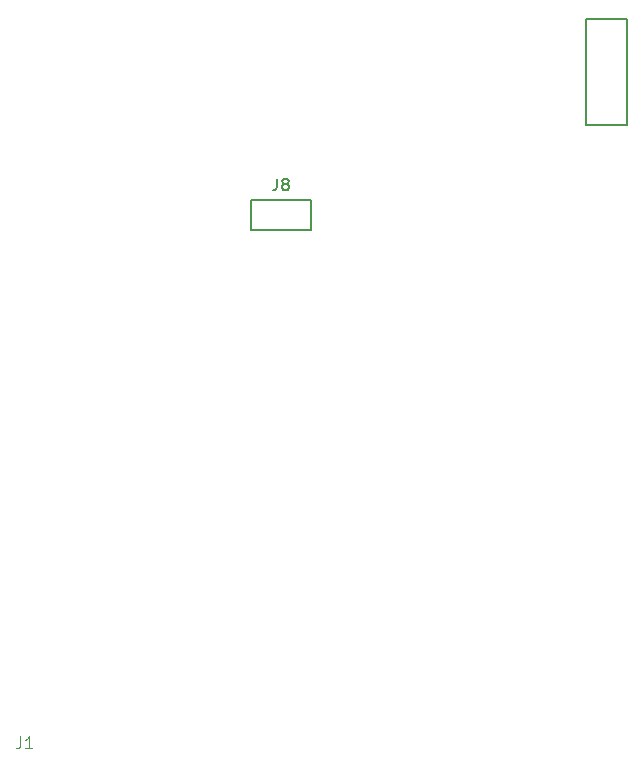
<source format=gbr>
%TF.GenerationSoftware,KiCad,Pcbnew,8.0.7*%
%TF.CreationDate,2025-01-10T20:34:57+09:00*%
%TF.ProjectId,cool937tb_R_v2,636f6f6c-3933-4377-9462-5f525f76322e,rev?*%
%TF.SameCoordinates,Original*%
%TF.FileFunction,Legend,Top*%
%TF.FilePolarity,Positive*%
%FSLAX46Y46*%
G04 Gerber Fmt 4.6, Leading zero omitted, Abs format (unit mm)*
G04 Created by KiCad (PCBNEW 8.0.7) date 2025-01-10 20:34:57*
%MOMM*%
%LPD*%
G01*
G04 APERTURE LIST*
%ADD10C,0.100000*%
%ADD11C,0.150000*%
%ADD12C,0.127000*%
G04 APERTURE END LIST*
D10*
X72396666Y-70367419D02*
X72396666Y-71081704D01*
X72396666Y-71081704D02*
X72349047Y-71224561D01*
X72349047Y-71224561D02*
X72253809Y-71319800D01*
X72253809Y-71319800D02*
X72110952Y-71367419D01*
X72110952Y-71367419D02*
X72015714Y-71367419D01*
X73396666Y-71367419D02*
X72825238Y-71367419D01*
X73110952Y-71367419D02*
X73110952Y-70367419D01*
X73110952Y-70367419D02*
X73015714Y-70510276D01*
X73015714Y-70510276D02*
X72920476Y-70605514D01*
X72920476Y-70605514D02*
X72825238Y-70653133D01*
D11*
X94122916Y-23148569D02*
X94122916Y-23862854D01*
X94122916Y-23862854D02*
X94075297Y-24005711D01*
X94075297Y-24005711D02*
X93980059Y-24100950D01*
X93980059Y-24100950D02*
X93837202Y-24148569D01*
X93837202Y-24148569D02*
X93741964Y-24148569D01*
X94741964Y-23577140D02*
X94646726Y-23529521D01*
X94646726Y-23529521D02*
X94599107Y-23481902D01*
X94599107Y-23481902D02*
X94551488Y-23386664D01*
X94551488Y-23386664D02*
X94551488Y-23339045D01*
X94551488Y-23339045D02*
X94599107Y-23243807D01*
X94599107Y-23243807D02*
X94646726Y-23196188D01*
X94646726Y-23196188D02*
X94741964Y-23148569D01*
X94741964Y-23148569D02*
X94932440Y-23148569D01*
X94932440Y-23148569D02*
X95027678Y-23196188D01*
X95027678Y-23196188D02*
X95075297Y-23243807D01*
X95075297Y-23243807D02*
X95122916Y-23339045D01*
X95122916Y-23339045D02*
X95122916Y-23386664D01*
X95122916Y-23386664D02*
X95075297Y-23481902D01*
X95075297Y-23481902D02*
X95027678Y-23529521D01*
X95027678Y-23529521D02*
X94932440Y-23577140D01*
X94932440Y-23577140D02*
X94741964Y-23577140D01*
X94741964Y-23577140D02*
X94646726Y-23624759D01*
X94646726Y-23624759D02*
X94599107Y-23672378D01*
X94599107Y-23672378D02*
X94551488Y-23767616D01*
X94551488Y-23767616D02*
X94551488Y-23958092D01*
X94551488Y-23958092D02*
X94599107Y-24053330D01*
X94599107Y-24053330D02*
X94646726Y-24100950D01*
X94646726Y-24100950D02*
X94741964Y-24148569D01*
X94741964Y-24148569D02*
X94932440Y-24148569D01*
X94932440Y-24148569D02*
X95027678Y-24100950D01*
X95027678Y-24100950D02*
X95075297Y-24053330D01*
X95075297Y-24053330D02*
X95122916Y-23958092D01*
X95122916Y-23958092D02*
X95122916Y-23767616D01*
X95122916Y-23767616D02*
X95075297Y-23672378D01*
X95075297Y-23672378D02*
X95027678Y-23624759D01*
X95027678Y-23624759D02*
X94932440Y-23577140D01*
%TO.C,SW21*%
X120270000Y-9620000D02*
X123770000Y-9620000D01*
X120270000Y-18620000D02*
X120270000Y-9620000D01*
X123770000Y-9620000D02*
X123770000Y-18620000D01*
X123770000Y-18620000D02*
X120270000Y-18620000D01*
D12*
%TO.C,J8*%
X91916250Y-24923750D02*
X96996250Y-24923750D01*
X91916250Y-27463750D02*
X91916250Y-24923750D01*
X96996250Y-24923750D02*
X96996250Y-27463750D01*
X96996250Y-27463750D02*
X91916250Y-27463750D01*
%TD*%
M02*

</source>
